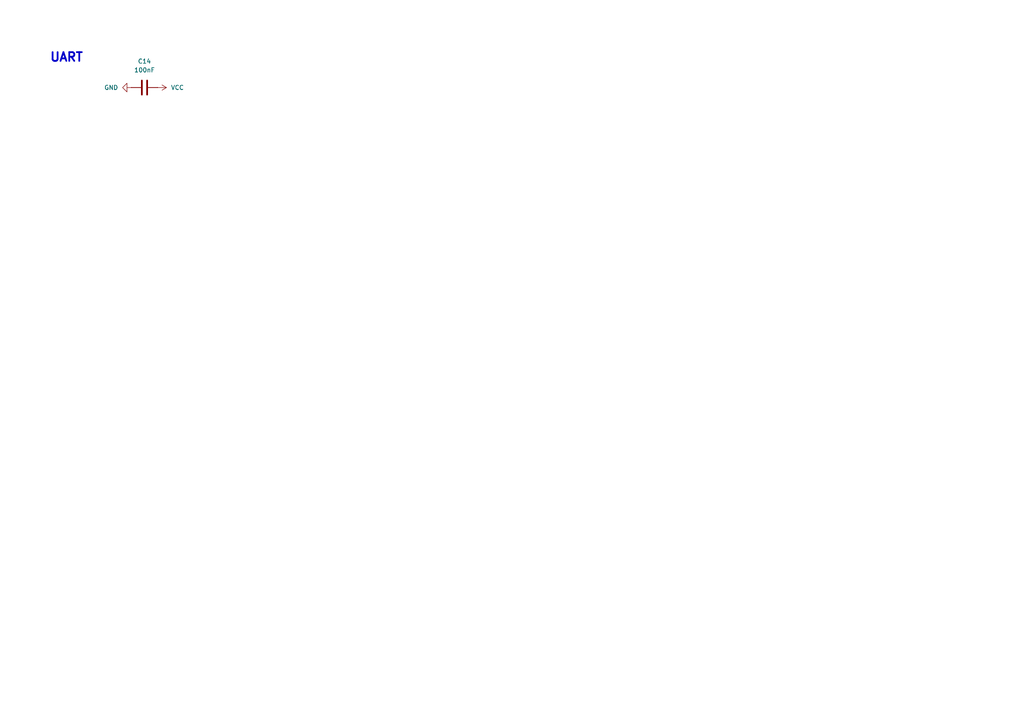
<source format=kicad_sch>
(kicad_sch
	(version 20250114)
	(generator "eeschema")
	(generator_version "9.0")
	(uuid "781da809-15ac-4ec2-86a1-4456b265d180")
	(paper "A4")
	(lib_symbols
		(symbol "Device:C"
			(pin_numbers
				(hide yes)
			)
			(pin_names
				(offset 0.254)
			)
			(exclude_from_sim no)
			(in_bom yes)
			(on_board yes)
			(property "Reference" "C"
				(at 0.635 2.54 0)
				(effects
					(font
						(size 1.27 1.27)
					)
					(justify left)
				)
			)
			(property "Value" "C"
				(at 0.635 -2.54 0)
				(effects
					(font
						(size 1.27 1.27)
					)
					(justify left)
				)
			)
			(property "Footprint" ""
				(at 0.9652 -3.81 0)
				(effects
					(font
						(size 1.27 1.27)
					)
					(hide yes)
				)
			)
			(property "Datasheet" "~"
				(at 0 0 0)
				(effects
					(font
						(size 1.27 1.27)
					)
					(hide yes)
				)
			)
			(property "Description" "Unpolarized capacitor"
				(at 0 0 0)
				(effects
					(font
						(size 1.27 1.27)
					)
					(hide yes)
				)
			)
			(property "ki_keywords" "cap capacitor"
				(at 0 0 0)
				(effects
					(font
						(size 1.27 1.27)
					)
					(hide yes)
				)
			)
			(property "ki_fp_filters" "C_*"
				(at 0 0 0)
				(effects
					(font
						(size 1.27 1.27)
					)
					(hide yes)
				)
			)
			(symbol "C_0_1"
				(polyline
					(pts
						(xy -2.032 0.762) (xy 2.032 0.762)
					)
					(stroke
						(width 0.508)
						(type default)
					)
					(fill
						(type none)
					)
				)
				(polyline
					(pts
						(xy -2.032 -0.762) (xy 2.032 -0.762)
					)
					(stroke
						(width 0.508)
						(type default)
					)
					(fill
						(type none)
					)
				)
			)
			(symbol "C_1_1"
				(pin passive line
					(at 0 3.81 270)
					(length 2.794)
					(name "~"
						(effects
							(font
								(size 1.27 1.27)
							)
						)
					)
					(number "1"
						(effects
							(font
								(size 1.27 1.27)
							)
						)
					)
				)
				(pin passive line
					(at 0 -3.81 90)
					(length 2.794)
					(name "~"
						(effects
							(font
								(size 1.27 1.27)
							)
						)
					)
					(number "2"
						(effects
							(font
								(size 1.27 1.27)
							)
						)
					)
				)
			)
			(embedded_fonts no)
		)
		(symbol "power:GND"
			(power)
			(pin_numbers
				(hide yes)
			)
			(pin_names
				(offset 0)
				(hide yes)
			)
			(exclude_from_sim no)
			(in_bom yes)
			(on_board yes)
			(property "Reference" "#PWR"
				(at 0 -6.35 0)
				(effects
					(font
						(size 1.27 1.27)
					)
					(hide yes)
				)
			)
			(property "Value" "GND"
				(at 0 -3.81 0)
				(effects
					(font
						(size 1.27 1.27)
					)
				)
			)
			(property "Footprint" ""
				(at 0 0 0)
				(effects
					(font
						(size 1.27 1.27)
					)
					(hide yes)
				)
			)
			(property "Datasheet" ""
				(at 0 0 0)
				(effects
					(font
						(size 1.27 1.27)
					)
					(hide yes)
				)
			)
			(property "Description" "Power symbol creates a global label with name \"GND\" , ground"
				(at 0 0 0)
				(effects
					(font
						(size 1.27 1.27)
					)
					(hide yes)
				)
			)
			(property "ki_keywords" "global power"
				(at 0 0 0)
				(effects
					(font
						(size 1.27 1.27)
					)
					(hide yes)
				)
			)
			(symbol "GND_0_1"
				(polyline
					(pts
						(xy 0 0) (xy 0 -1.27) (xy 1.27 -1.27) (xy 0 -2.54) (xy -1.27 -1.27) (xy 0 -1.27)
					)
					(stroke
						(width 0)
						(type default)
					)
					(fill
						(type none)
					)
				)
			)
			(symbol "GND_1_1"
				(pin power_in line
					(at 0 0 270)
					(length 0)
					(name "~"
						(effects
							(font
								(size 1.27 1.27)
							)
						)
					)
					(number "1"
						(effects
							(font
								(size 1.27 1.27)
							)
						)
					)
				)
			)
			(embedded_fonts no)
		)
		(symbol "power:VCC"
			(power)
			(pin_numbers
				(hide yes)
			)
			(pin_names
				(offset 0)
				(hide yes)
			)
			(exclude_from_sim no)
			(in_bom yes)
			(on_board yes)
			(property "Reference" "#PWR"
				(at 0 -3.81 0)
				(effects
					(font
						(size 1.27 1.27)
					)
					(hide yes)
				)
			)
			(property "Value" "VCC"
				(at 0 3.556 0)
				(effects
					(font
						(size 1.27 1.27)
					)
				)
			)
			(property "Footprint" ""
				(at 0 0 0)
				(effects
					(font
						(size 1.27 1.27)
					)
					(hide yes)
				)
			)
			(property "Datasheet" ""
				(at 0 0 0)
				(effects
					(font
						(size 1.27 1.27)
					)
					(hide yes)
				)
			)
			(property "Description" "Power symbol creates a global label with name \"VCC\""
				(at 0 0 0)
				(effects
					(font
						(size 1.27 1.27)
					)
					(hide yes)
				)
			)
			(property "ki_keywords" "global power"
				(at 0 0 0)
				(effects
					(font
						(size 1.27 1.27)
					)
					(hide yes)
				)
			)
			(symbol "VCC_0_1"
				(polyline
					(pts
						(xy -0.762 1.27) (xy 0 2.54)
					)
					(stroke
						(width 0)
						(type default)
					)
					(fill
						(type none)
					)
				)
				(polyline
					(pts
						(xy 0 2.54) (xy 0.762 1.27)
					)
					(stroke
						(width 0)
						(type default)
					)
					(fill
						(type none)
					)
				)
				(polyline
					(pts
						(xy 0 0) (xy 0 2.54)
					)
					(stroke
						(width 0)
						(type default)
					)
					(fill
						(type none)
					)
				)
			)
			(symbol "VCC_1_1"
				(pin power_in line
					(at 0 0 90)
					(length 0)
					(name "~"
						(effects
							(font
								(size 1.27 1.27)
							)
						)
					)
					(number "1"
						(effects
							(font
								(size 1.27 1.27)
							)
						)
					)
				)
			)
			(embedded_fonts no)
		)
	)
	(text "UART"
		(exclude_from_sim no)
		(at 19.304 16.764 0)
		(effects
			(font
				(size 2.54 2.54)
				(thickness 0.508)
				(bold yes)
			)
		)
		(uuid "07559780-f0f0-453c-9211-f0df63d6b359")
	)
	(symbol
		(lib_id "power:GND")
		(at 38.1 25.4 270)
		(unit 1)
		(exclude_from_sim no)
		(in_bom yes)
		(on_board yes)
		(dnp no)
		(fields_autoplaced yes)
		(uuid "0e3e18a6-b76e-44a5-9ddb-dc907ca40c51")
		(property "Reference" "#PWR075"
			(at 31.75 25.4 0)
			(effects
				(font
					(size 1.27 1.27)
				)
				(hide yes)
			)
		)
		(property "Value" "GND"
			(at 34.29 25.3999 90)
			(effects
				(font
					(size 1.27 1.27)
				)
				(justify right)
			)
		)
		(property "Footprint" ""
			(at 38.1 25.4 0)
			(effects
				(font
					(size 1.27 1.27)
				)
				(hide yes)
			)
		)
		(property "Datasheet" ""
			(at 38.1 25.4 0)
			(effects
				(font
					(size 1.27 1.27)
				)
				(hide yes)
			)
		)
		(property "Description" "Power symbol creates a global label with name \"GND\" , ground"
			(at 38.1 25.4 0)
			(effects
				(font
					(size 1.27 1.27)
				)
				(hide yes)
			)
		)
		(pin "1"
			(uuid "2d6c88f0-29fc-448b-9484-95d52f889036")
		)
		(instances
			(project "mini-board"
				(path "/70c9e9e4-d560-4927-af97-189b3a969059/3d872660-efc1-47d1-8462-3fe65fa54b72"
					(reference "#PWR075")
					(unit 1)
				)
			)
		)
	)
	(symbol
		(lib_id "power:VCC")
		(at 45.72 25.4 270)
		(unit 1)
		(exclude_from_sim no)
		(in_bom yes)
		(on_board yes)
		(dnp no)
		(fields_autoplaced yes)
		(uuid "2e970efc-1b48-4548-b0af-a63df5a7387b")
		(property "Reference" "#PWR077"
			(at 41.91 25.4 0)
			(effects
				(font
					(size 1.27 1.27)
				)
				(hide yes)
			)
		)
		(property "Value" "VCC"
			(at 49.53 25.3999 90)
			(effects
				(font
					(size 1.27 1.27)
				)
				(justify left)
			)
		)
		(property "Footprint" ""
			(at 45.72 25.4 0)
			(effects
				(font
					(size 1.27 1.27)
				)
				(hide yes)
			)
		)
		(property "Datasheet" ""
			(at 45.72 25.4 0)
			(effects
				(font
					(size 1.27 1.27)
				)
				(hide yes)
			)
		)
		(property "Description" "Power symbol creates a global label with name \"VCC\""
			(at 45.72 25.4 0)
			(effects
				(font
					(size 1.27 1.27)
				)
				(hide yes)
			)
		)
		(pin "1"
			(uuid "8b7cdf03-6757-4f8b-9d90-785c88921c24")
		)
		(instances
			(project "mini-board"
				(path "/70c9e9e4-d560-4927-af97-189b3a969059/3d872660-efc1-47d1-8462-3fe65fa54b72"
					(reference "#PWR077")
					(unit 1)
				)
			)
		)
	)
	(symbol
		(lib_id "Device:C")
		(at 41.91 25.4 270)
		(unit 1)
		(exclude_from_sim no)
		(in_bom yes)
		(on_board yes)
		(dnp no)
		(fields_autoplaced yes)
		(uuid "f7d91ef0-ab01-42e3-9b74-3a895d1f8abe")
		(property "Reference" "C14"
			(at 41.91 17.78 90)
			(effects
				(font
					(size 1.27 1.27)
				)
			)
		)
		(property "Value" "100nF"
			(at 41.91 20.32 90)
			(effects
				(font
					(size 1.27 1.27)
				)
			)
		)
		(property "Footprint" "Capacitor_THT:C_Disc_D5.0mm_W2.5mm_P5.00mm"
			(at 38.1 26.3652 0)
			(effects
				(font
					(size 1.27 1.27)
				)
				(hide yes)
			)
		)
		(property "Datasheet" "~"
			(at 41.91 25.4 0)
			(effects
				(font
					(size 1.27 1.27)
				)
				(hide yes)
			)
		)
		(property "Description" "Unpolarized capacitor"
			(at 41.91 25.4 0)
			(effects
				(font
					(size 1.27 1.27)
				)
				(hide yes)
			)
		)
		(pin "1"
			(uuid "b2a9e003-85c9-4c5a-acee-00dd8da3c6f2")
		)
		(pin "2"
			(uuid "15e15ad2-438e-427e-b6a9-c30bf235a117")
		)
		(instances
			(project "mini-board"
				(path "/70c9e9e4-d560-4927-af97-189b3a969059/3d872660-efc1-47d1-8462-3fe65fa54b72"
					(reference "C14")
					(unit 1)
				)
			)
		)
	)
)

</source>
